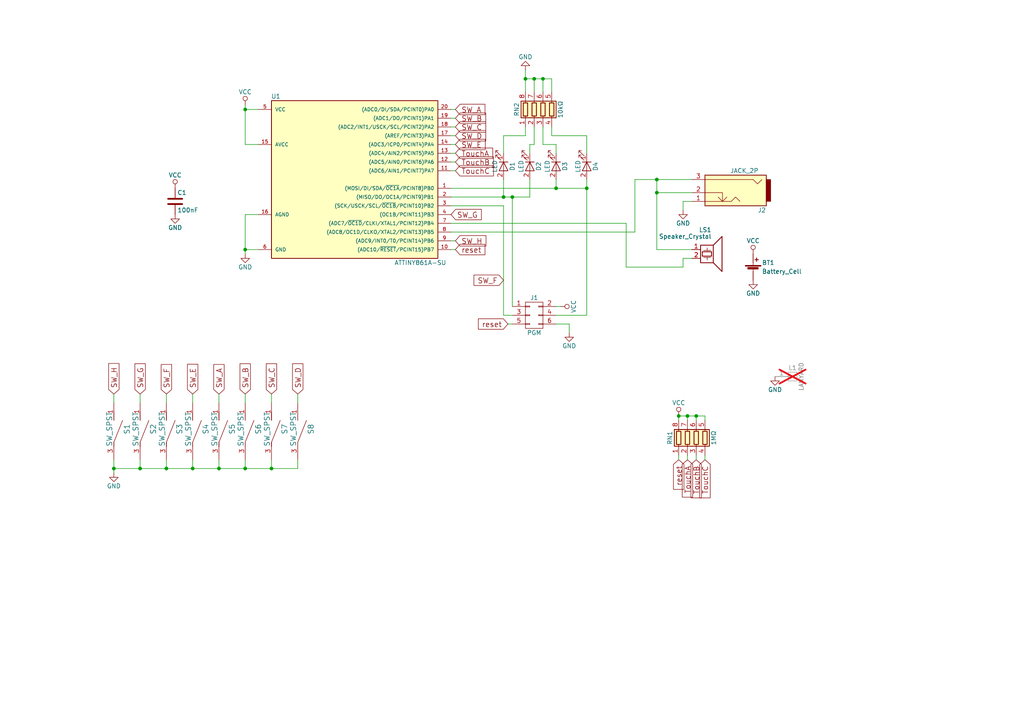
<source format=kicad_sch>
(kicad_sch (version 20231120) (generator "eeschema") (generator_version "8.0")
  (paper "A4")
  (lib_symbols
    (symbol "magwadges17-rescue:ATTINY861A-SU" (pin_names (offset 1.016))
      (property "Reference" "U" (at -22.86 24.13 0))
      (property "Value" "ATTINY861A-SU" (at 19.05 -24.13 0))
      (symbol "ATTINY861A-SU_0_1"
        (rectangle (start -24.13 22.86) (end 24.13 -22.86) (stroke (width 0.254)) (fill (type background)))
      )
      (symbol "ATTINY861A-SU_1_1"
        (pin bidirectional line (at 27.94 -2.54 180) (length 3.81) (name "(MOSI/DI/SDA/~{OC1A}/PCINT8)PB0") (number "1"))
        (pin bidirectional line (at 27.94 -20.32 180) (length 3.81) (name "(ADC10/~{RESET}/PCINT15)PB7") (number "10"))
        (pin bidirectional line (at 27.94 2.54 180) (length 3.81) (name "(ADC6/AIN1/PCINT7)PA7") (number "11"))
        (pin bidirectional line (at 27.94 5.08 180) (length 3.81) (name "(ADC5/AIN0/PCINT6)PA6") (number "12"))
        (pin bidirectional line (at 27.94 7.62 180) (length 3.81) (name "(ADC4/AIN2/PCINT5)PA5") (number "13"))
        (pin bidirectional line (at 27.94 10.16 180) (length 3.81) (name "(ADC3/ICP0/PCINT4)PA4") (number "14"))
        (pin power_in line (at -27.94 10.16 0) (length 3.81) (name "AVCC") (number "15"))
        (pin power_in line (at -27.94 -10.16 0) (length 3.81) (name "AGND") (number "16"))
        (pin bidirectional line (at 27.94 12.7 180) (length 3.81) (name "(AREF/PCINT3)PA3") (number "17"))
        (pin bidirectional line (at 27.94 15.24 180) (length 3.81) (name "(ADC2/INT1/USCK/SCL/PCINT2)PA2") (number "18"))
        (pin bidirectional line (at 27.94 17.78 180) (length 3.81) (name "(ADC1/DO/PCINT1)PA1") (number "19"))
        (pin bidirectional line (at 27.94 -5.08 180) (length 3.81) (name "(MISO/DO/OC1A/PCINT9)PB1") (number "2"))
        (pin bidirectional line (at 27.94 20.32 180) (length 3.81) (name "(ADC0/DI/SDA/PCINT0)PA0") (number "20"))
        (pin bidirectional line (at 27.94 -7.62 180) (length 3.81) (name "(SCK/USCK/SCL/~{OC1B}/PCINT10)PB2") (number "3"))
        (pin bidirectional line (at 27.94 -10.16 180) (length 3.81) (name "(OC1B/PCINT11)PB3") (number "4"))
        (pin power_in line (at -27.94 20.32 0) (length 3.81) (name "VCC") (number "5"))
        (pin power_in line (at -27.94 -20.32 0) (length 3.81) (name "GND") (number "6"))
        (pin bidirectional line (at 27.94 -12.7 180) (length 3.81) (name "(ADC7/~{OC1D}/CLKI/XTAL1/PCINT12)PB4") (number "7"))
        (pin bidirectional line (at 27.94 -15.24 180) (length 3.81) (name "(ADC8/OC1D/CLKO/XTAL2/PCINT13)PB5") (number "8"))
        (pin bidirectional line (at 27.94 -17.78 180) (length 3.81) (name "(ADC9/INT0/T0/PCINT14)PB6") (number "9"))
      )
    )
    (symbol "magwadges17-rescue:Battery_Cell" (pin_numbers hide) (pin_names (offset 0) hide)
      (property "Reference" "BT" (at 2.54 2.54 0))
      (property "Value" "Battery_Cell" (at 2.54 0 0))
      (symbol "Battery_Cell_0_1"
        (rectangle (start -2.286 1.778) (end 2.286 1.524) (fill (type outline)))
        (rectangle (start -1.5748 1.1938) (end 1.4732 0.6858) (fill (type outline)))
        (polyline (pts (xy 0 0.762) (xy 0 0)))
        (polyline (pts (xy 0 1.778) (xy 0 2.54)))
        (polyline (pts (xy 0.508 3.429) (xy 1.524 3.429)) (stroke (width 0.254)))
        (polyline (pts (xy 1.016 3.937) (xy 1.016 2.921)) (stroke (width 0.254)))
      )
      (symbol "Battery_Cell_1_1"
        (pin passive line (at 0 5.08 270) (length 2.54) (name "+") (number "1"))
        (pin passive line (at 0 -2.54 90) (length 2.54) (name "-") (number "2"))
      )
    )
    (symbol "magwadges17-rescue:C" (pin_numbers hide) (pin_names (offset 0.254))
      (property "Reference" "C" (at 0.635 2.54 0))
      (property "Value" "C" (at 0.635 -2.54 0))
      (symbol "C_0_1"
        (polyline (pts (xy -2.032 -0.762) (xy 2.032 -0.762)) (stroke (width 0.508)))
        (polyline (pts (xy -2.032 0.762) (xy 2.032 0.762)) (stroke (width 0.508)))
      )
      (symbol "C_1_1"
        (pin passive line (at 0 3.81 270) (length 2.794) (name "~") (number "1"))
        (pin passive line (at 0 -3.81 90) (length 2.794) (name "~") (number "2"))
      )
    )
    (symbol "magwadges17-rescue:CONN_01X01" (pin_names (offset 1.016) hide)
      (property "Reference" "J" (at 0 2.54 0))
      (property "Value" "CONN_01X01" (at 2.54 0 90))
      (symbol "CONN_01X01_0_1"
        (rectangle (start -1.27 0.127) (end 0.254 -0.127))
        (rectangle (start -1.27 1.27) (end 1.27 -1.27))
      )
      (symbol "CONN_01X01_1_1"
        (pin passive line (at -5.08 0 0) (length 3.81) (name "P1") (number "1"))
      )
    )
    (symbol "magwadges17-rescue:CONN_02X03" (pin_names (offset 0.0254) hide)
      (property "Reference" "J" (at 0 5.08 0))
      (property "Value" "CONN_02X03" (at 0 -5.08 0))
      (symbol "CONN_02X03_0_1"
        (rectangle (start -2.54 -2.413) (end -1.27 -2.667))
        (rectangle (start -2.54 0.127) (end -1.27 -0.127))
        (rectangle (start -2.54 2.667) (end -1.27 2.413))
        (rectangle (start -2.54 3.81) (end 2.54 -3.81))
        (rectangle (start 1.27 -2.413) (end 2.54 -2.667))
        (rectangle (start 1.27 0.127) (end 2.54 -0.127))
        (rectangle (start 1.27 2.667) (end 2.54 2.413))
      )
      (symbol "CONN_02X03_1_1"
        (pin passive line (at -6.35 2.54 0) (length 3.81) (name "P1") (number "1"))
        (pin passive line (at 6.35 2.54 180) (length 3.81) (name "P2") (number "2"))
        (pin passive line (at -6.35 0 0) (length 3.81) (name "P3") (number "3"))
        (pin passive line (at 6.35 0 180) (length 3.81) (name "P4") (number "4"))
        (pin passive line (at -6.35 -2.54 0) (length 3.81) (name "P5") (number "5"))
        (pin passive line (at 6.35 -2.54 180) (length 3.81) (name "P6") (number "6"))
      )
    )
    (symbol "magwadges17-rescue:GND" (power) (pin_names (offset 0))
      (property "Value" "GND" (at 0 -3.81 0))
      (symbol "GND_0_1"
        (polyline (pts (xy 0 0) (xy 0 -1.27) (xy 1.27 -1.27) (xy 0 -2.54) (xy -1.27 -1.27) (xy 0 -1.27)))
      )
      (symbol "GND_1_1"
        (pin power_in line (at 0 0 270) (length 0) hide (name "GND") (number "1"))
      )
    )
    (symbol "magwadges17-rescue:JACK_2P" (pin_names (offset 1.016))
      (property "Reference" "J" (at -8.89 -5.08 0))
      (property "Value" "JACK_2P" (at -3.81 6.35 0))
      (symbol "JACK_2P_0_1"
        (rectangle (start -11.43 3.81) (end -10.16 -2.54) (fill (type outline)))
        (polyline (pts (xy 3.81 0) (xy 7.62 0) (xy 7.62 0)))
        (polyline (pts (xy 0 -2.54) (xy -1.27 -1.27) (xy -2.54 -2.54) (xy -2.54 -2.54)))
        (polyline (pts (xy 0 -2.54) (xy 7.62 -2.54) (xy 7.62 -2.54) (xy 7.62 -2.54)))
        (polyline (pts (xy 1.27 -1.27) (xy 2.54 -2.54) (xy 3.81 -1.27) (xy 3.81 -1.27)))
        (polyline (pts (xy 3.81 0) (xy 2.54 0) (xy 2.54 -2.54) (xy 2.54 -2.54)))
        (polyline (pts (xy 7.62 3.81) (xy -6.35 3.81) (xy -7.62 2.54) (xy -8.89 3.81) (xy -8.89 3.81)))
        (rectangle (start 7.62 -3.81) (end -10.16 5.08) (stroke (width 0.254)) (fill (type background)))
      )
      (symbol "JACK_2P_1_1"
        (pin passive line (at 11.43 -2.54 180) (length 3.81) (name "~") (number "1"))
        (pin passive line (at 11.43 0 180) (length 3.81) (name "~") (number "2"))
        (pin passive line (at 11.43 3.81 180) (length 3.81) (name "~") (number "3"))
      )
    )
    (symbol "magwadges17-rescue:LED" (pin_names (offset 1.016) hide)
      (property "Reference" "D" (at 0 2.54 0))
      (property "Value" "LED" (at 0 -2.54 0))
      (symbol "LED_0_1"
        (polyline (pts (xy -1.27 -1.27) (xy -1.27 1.27)) (stroke (width 0.2032)))
        (polyline (pts (xy -1.27 0) (xy 1.27 0)))
        (polyline (pts (xy 1.27 -1.27) (xy 1.27 1.27) (xy -1.27 0) (xy 1.27 -1.27)) (stroke (width 0.2032)))
        (polyline (pts (xy -3.048 -0.762) (xy -4.572 -2.286) (xy -3.81 -2.286) (xy -4.572 -2.286) (xy -4.572 -1.524)))
        (polyline (pts (xy -1.778 -0.762) (xy -3.302 -2.286) (xy -2.54 -2.286) (xy -3.302 -2.286) (xy -3.302 -1.524)))
      )
      (symbol "LED_1_1"
        (pin passive line (at -3.81 0 0) (length 2.54) (name "K") (number "1"))
        (pin passive line (at 3.81 0 180) (length 2.54) (name "A") (number "2"))
      )
    )
    (symbol "magwadges17-rescue:R_Pack04" (pin_names (offset 0) hide)
      (property "Reference" "RN" (at -7.62 0 90))
      (property "Value" "R_Pack04" (at 5.08 0 90))
      (symbol "R_Pack04_0_1"
        (rectangle (start -6.35 -2.413) (end 3.81 2.413) (stroke (width 0.254)) (fill (type background)))
        (rectangle (start -5.715 1.905) (end -4.445 -1.905) (stroke (width 0.254)))
        (rectangle (start -3.175 1.905) (end -1.905 -1.905) (stroke (width 0.254)))
        (rectangle (start -0.635 1.905) (end 0.635 -1.905) (stroke (width 0.254)))
        (polyline (pts (xy -5.08 -2.54) (xy -5.08 -1.905)))
        (polyline (pts (xy -5.08 1.905) (xy -5.08 2.54)))
        (polyline (pts (xy -2.54 -2.54) (xy -2.54 -1.905)))
        (polyline (pts (xy -2.54 1.905) (xy -2.54 2.54)))
        (polyline (pts (xy 0 -2.54) (xy 0 -1.905)))
        (polyline (pts (xy 0 1.905) (xy 0 2.54)))
        (polyline (pts (xy 2.54 -2.54) (xy 2.54 -1.905)))
        (polyline (pts (xy 2.54 1.905) (xy 2.54 2.54)))
        (rectangle (start 1.905 1.905) (end 3.175 -1.905) (stroke (width 0.254)))
      )
      (symbol "R_Pack04_1_1"
        (pin passive line (at -5.08 -5.08 90) (length 2.54) (name "R1.1") (number "1"))
        (pin passive line (at -2.54 -5.08 90) (length 2.54) (name "R2.1") (number "2"))
        (pin passive line (at 0 -5.08 90) (length 2.54) (name "R3.1") (number "3"))
        (pin passive line (at 2.54 -5.08 90) (length 2.54) (name "R4.1") (number "4"))
        (pin passive line (at 2.54 5.08 270) (length 2.54) (name "R4.2") (number "5"))
        (pin passive line (at 0 5.08 270) (length 2.54) (name "R3.2") (number "6"))
        (pin passive line (at -2.54 5.08 270) (length 2.54) (name "R2.2") (number "7"))
        (pin passive line (at -5.08 5.08 270) (length 2.54) (name "R1.2") (number "8"))
      )
    )
    (symbol "magwadges17-rescue:SW_SPST" (pin_names (offset 1.016))
      (property "Reference" "S" (at 0 1.27 0))
      (property "Value" "SW_SPST" (at 0 -3.81 0))
      (symbol "SW_SPST_0_1"
        (polyline (pts (xy -5.08 -2.54) (xy -5.08 -2.54)))
        (polyline (pts (xy -5.08 -2.54) (xy -2.54 -2.54)))
        (polyline (pts (xy 5.08 -2.54) (xy 3.81 -2.54) (xy -2.54 0)))
      )
      (symbol "SW_SPST_1_1"
        (pin bidirectional line (at -7.62 -2.54 0) (length 5.08) (name "~") (number "1"))
        (pin bidirectional line (at 2.54 -3.81 180) (length 5.08) hide (name "~") (number "2"))
        (pin bidirectional line (at 8.89 -2.54 180) (length 5.08) (name "~") (number "3"))
        (pin bidirectional line (at 2.54 -5.08 180) (length 5.08) hide (name "~") (number "4"))
      )
    )
    (symbol "magwadges17-rescue:Speaker_Crystal" (pin_names (offset 0) hide)
      (property "Reference" "LS" (at 0.635 5.715 0))
      (property "Value" "Speaker_Crystal" (at 0.635 3.81 0))
      (symbol "Speaker_Crystal_0_0"
        (rectangle (start -2.54 1.27) (end 1.143 -3.81) (stroke (width 0.254)))
        (rectangle (start -2.032 -0.635) (end 0.635 -1.905) (stroke (width 0.254)))
        (polyline (pts (xy -1.651 -2.286) (xy 0.381 -2.286)))
        (polyline (pts (xy -1.651 -0.254) (xy 0.381 -0.254)))
        (polyline (pts (xy -0.635 -2.286) (xy -0.635 -3.048)))
        (polyline (pts (xy -0.635 -0.254) (xy -0.635 0.508)))
        (polyline (pts (xy 1.143 1.27) (xy 3.683 3.81) (xy 3.683 -6.35) (xy 1.143 -3.81)) (stroke (width 0.254)))
      )
      (symbol "Speaker_Crystal_1_1"
        (pin input line (at -5.08 0 0) (length 2.54) (name "1") (number "1"))
        (pin input line (at -5.08 -2.54 0) (length 2.54) (name "2") (number "2"))
      )
    )
    (symbol "magwadges17-rescue:VCC" (power) (pin_names (offset 0))
      (property "Value" "VCC" (at 0 3.81 0))
      (symbol "VCC_0_1"
        (polyline (pts (xy 0 0) (xy 0 1.27)))
        (circle (center 0 1.905) (radius 0.635))
      )
      (symbol "VCC_1_1"
        (pin power_in line (at 0 0 90) (length 0) hide (name "VCC") (number "1"))
      )
    )
  )
  (junction (at 146.05 57.15))
  (junction (at 190.5 52.07))
  (junction (at 48.26 135.89))
  (junction (at 63.5 135.89))
  (junction (at 55.88 135.89))
  (junction (at 148.59 57.15))
  (junction (at 196.85 120.65))
  (junction (at 152.4 22.86))
  (junction (at 71.12 31.75))
  (junction (at 40.64 135.89))
  (junction (at 71.12 72.39))
  (junction (at 33.02 135.89))
  (junction (at 190.5 55.88))
  (junction (at 161.29 54.61))
  (junction (at 199.39 120.65))
  (junction (at 157.48 22.86))
  (junction (at 78.74 135.89))
  (junction (at 154.94 22.86))
  (junction (at 170.18 54.61))
  (junction (at 71.12 135.89))
  (junction (at 201.93 120.65))
  (wire (pts (xy 184.15 52.07) (xy 190.5 52.07)))
  (wire (pts (xy 40.64 116.84) (xy 40.64 114.3)))
  (wire (pts (xy 71.12 135.89) (xy 78.74 135.89)))
  (wire (pts (xy 148.59 88.9) (xy 148.59 57.15)))
  (wire (pts (xy 63.5 135.89) (xy 71.12 135.89)))
  (wire (pts (xy 130.81 57.15) (xy 146.05 57.15)))
  (wire (pts (xy 33.02 135.89) (xy 33.02 133.35)))
  (wire (pts (xy 196.85 133.35) (xy 196.85 132.08)))
  (wire (pts (xy 170.18 39.37) (xy 170.18 44.45)))
  (wire (pts (xy 130.81 69.85) (xy 132.08 69.85)))
  (wire (pts (xy 157.48 26.67) (xy 157.48 22.86)))
  (wire (pts (xy 55.88 116.84) (xy 55.88 114.3)))
  (wire (pts (xy 71.12 31.75) (xy 71.12 30.48)))
  (wire (pts (xy 71.12 41.91) (xy 71.12 31.75)))
  (wire (pts (xy 130.81 54.61) (xy 161.29 54.61)))
  (wire (pts (xy 162.56 88.9) (xy 161.29 88.9)))
  (wire (pts (xy 74.93 72.39) (xy 71.12 72.39)))
  (wire (pts (xy 170.18 54.61) (xy 170.18 91.44)))
  (wire (pts (xy 48.26 135.89) (xy 48.26 133.35)))
  (wire (pts (xy 71.12 62.23) (xy 71.12 72.39)))
  (wire (pts (xy 196.85 120.65) (xy 199.39 120.65)))
  (wire (pts (xy 63.5 116.84) (xy 63.5 114.3)))
  (wire (pts (xy 157.48 41.91) (xy 161.29 41.91)))
  (wire (pts (xy 152.4 22.86) (xy 154.94 22.86)))
  (wire (pts (xy 86.36 135.89) (xy 86.36 133.35)))
  (wire (pts (xy 132.08 44.45) (xy 130.81 44.45)))
  (wire (pts (xy 132.08 39.37) (xy 130.81 39.37)))
  (wire (pts (xy 190.5 52.07) (xy 200.66 52.07)))
  (wire (pts (xy 33.02 135.89) (xy 40.64 135.89)))
  (wire (pts (xy 33.02 116.84) (xy 33.02 114.3)))
  (wire (pts (xy 71.12 72.39) (xy 71.12 73.66)))
  (wire (pts (xy 40.64 135.89) (xy 40.64 133.35)))
  (wire (pts (xy 146.05 59.69) (xy 146.05 91.44)))
  (wire (pts (xy 160.02 36.83) (xy 160.02 39.37)))
  (wire (pts (xy 132.08 34.29) (xy 130.81 34.29)))
  (wire (pts (xy 148.59 93.98) (xy 147.32 93.98)))
  (wire (pts (xy 40.64 135.89) (xy 48.26 135.89)))
  (wire (pts (xy 165.1 93.98) (xy 165.1 96.52)))
  (wire (pts (xy 48.26 135.89) (xy 55.88 135.89)))
  (wire (pts (xy 200.66 58.42) (xy 198.12 58.42)))
  (wire (pts (xy 161.29 41.91) (xy 161.29 44.45)))
  (wire (pts (xy 181.61 64.77) (xy 181.61 77.47)))
  (wire (pts (xy 196.85 120.65) (xy 196.85 121.92)))
  (wire (pts (xy 160.02 39.37) (xy 170.18 39.37)))
  (wire (pts (xy 201.93 120.65) (xy 204.47 120.65)))
  (wire (pts (xy 200.66 55.88) (xy 190.5 55.88)))
  (wire (pts (xy 55.88 135.89) (xy 63.5 135.89)))
  (wire (pts (xy 132.08 72.39) (xy 130.81 72.39)))
  (wire (pts (xy 198.12 74.93) (xy 200.66 74.93)))
  (wire (pts (xy 160.02 22.86) (xy 160.02 26.67)))
  (wire (pts (xy 161.29 93.98) (xy 165.1 93.98)))
  (wire (pts (xy 152.4 39.37) (xy 146.05 39.37)))
  (wire (pts (xy 71.12 116.84) (xy 71.12 114.3)))
  (wire (pts (xy 157.48 22.86) (xy 160.02 22.86)))
  (wire (pts (xy 146.05 91.44) (xy 148.59 91.44)))
  (wire (pts (xy 190.5 72.39) (xy 190.5 55.88)))
  (wire (pts (xy 153.67 41.91) (xy 153.67 44.45)))
  (wire (pts (xy 146.05 57.15) (xy 148.59 57.15)))
  (wire (pts (xy 78.74 135.89) (xy 78.74 133.35)))
  (wire (pts (xy 130.81 46.99) (xy 132.08 46.99)))
  (wire (pts (xy 130.81 41.91) (xy 132.08 41.91)))
  (wire (pts (xy 181.61 77.47) (xy 198.12 77.47)))
  (wire (pts (xy 74.93 41.91) (xy 71.12 41.91)))
  (wire (pts (xy 132.08 49.53) (xy 130.81 49.53)))
  (wire (pts (xy 48.26 116.84) (xy 48.26 114.3)))
  (wire (pts (xy 55.88 135.89) (xy 55.88 133.35)))
  (wire (pts (xy 154.94 41.91) (xy 153.67 41.91)))
  (wire (pts (xy 146.05 39.37) (xy 146.05 44.45)))
  (wire (pts (xy 198.12 77.47) (xy 198.12 74.93)))
  (wire (pts (xy 154.94 36.83) (xy 154.94 41.91)))
  (wire (pts (xy 130.81 36.83) (xy 132.08 36.83)))
  (wire (pts (xy 148.59 57.15) (xy 153.67 57.15)))
  (wire (pts (xy 130.81 31.75) (xy 132.08 31.75)))
  (wire (pts (xy 130.81 59.69) (xy 146.05 59.69)))
  (wire (pts (xy 152.4 22.86) (xy 152.4 26.67)))
  (wire (pts (xy 130.81 64.77) (xy 181.61 64.77)))
  (wire (pts (xy 170.18 91.44) (xy 161.29 91.44)))
  (wire (pts (xy 152.4 20.32) (xy 152.4 22.86)))
  (wire (pts (xy 198.12 58.42) (xy 198.12 60.96)))
  (wire (pts (xy 152.4 36.83) (xy 152.4 39.37)))
  (wire (pts (xy 200.66 72.39) (xy 190.5 72.39)))
  (wire (pts (xy 199.39 121.92) (xy 199.39 120.65)))
  (wire (pts (xy 204.47 132.08) (xy 204.47 133.35)))
  (wire (pts (xy 201.93 120.65) (xy 201.93 121.92)))
  (wire (pts (xy 86.36 116.84) (xy 86.36 114.3)))
  (wire (pts (xy 157.48 36.83) (xy 157.48 41.91)))
  (wire (pts (xy 78.74 116.84) (xy 78.74 114.3)))
  (wire (pts (xy 184.15 52.07) (xy 184.15 67.31)))
  (wire (pts (xy 201.93 133.35) (xy 201.93 132.08)))
  (wire (pts (xy 154.94 22.86) (xy 154.94 26.67)))
  (wire (pts (xy 63.5 135.89) (xy 63.5 133.35)))
  (wire (pts (xy 161.29 54.61) (xy 170.18 54.61)))
  (wire (pts (xy 190.5 55.88) (xy 190.5 52.07)))
  (wire (pts (xy 154.94 22.86) (xy 157.48 22.86)))
  (wire (pts (xy 184.15 67.31) (xy 130.81 67.31)))
  (wire (pts (xy 170.18 52.07) (xy 170.18 54.61)))
  (wire (pts (xy 71.12 62.23) (xy 74.93 62.23)))
  (wire (pts (xy 204.47 120.65) (xy 204.47 121.92)))
  (wire (pts (xy 71.12 31.75) (xy 74.93 31.75)))
  (wire (pts (xy 153.67 57.15) (xy 153.67 52.07)))
  (wire (pts (xy 161.29 52.07) (xy 161.29 54.61)))
  (wire (pts (xy 78.74 135.89) (xy 86.36 135.89)))
  (wire (pts (xy 199.39 120.65) (xy 201.93 120.65)))
  (wire (pts (xy 71.12 135.89) (xy 71.12 133.35)))
  (wire (pts (xy 146.05 57.15) (xy 146.05 52.07)))
  (wire (pts (xy 33.02 137.16) (xy 33.02 135.89)))
  (wire (pts (xy 199.39 132.08) (xy 199.39 133.35)))
  (global_label "SW_G" (shape input) (at 130.81 62.23 0) (effects (font (size 1.524 1.524))) (property "Intersheetrefs" "${INTERSHEET_REFS}" (effects (hide yes))))
  (global_label "reset" (shape input) (at 147.32 93.98 180) (effects (font (size 1.524 1.524))) (property "Intersheetrefs" "${INTERSHEET_REFS}" (effects (hide yes))))
  (global_label "SW_D" (shape input) (at 132.08 39.37 0) (effects (font (size 1.524 1.524))) (property "Intersheetrefs" "${INTERSHEET_REFS}" (effects (hide yes))))
  (global_label "SW_C" (shape input) (at 78.74 114.3 90) (effects (font (size 1.524 1.524))) (property "Intersheetrefs" "${INTERSHEET_REFS}" (effects (hide yes))))
  (global_label "TouchC" (shape input) (at 132.08 49.53 0) (effects (font (size 1.524 1.524))) (property "Intersheetrefs" "${INTERSHEET_REFS}" (effects (hide yes))))
  (global_label "TouchB" (shape input) (at 201.93 133.35 270) (effects (font (size 1.524 1.524))) (property "Intersheetrefs" "${INTERSHEET_REFS}" (effects (hide yes))))
  (global_label "SW_D" (shape input) (at 86.36 114.3 90) (effects (font (size 1.524 1.524))) (property "Intersheetrefs" "${INTERSHEET_REFS}" (effects (hide yes))))
  (global_label "SW_B" (shape input) (at 132.08 34.29 0) (effects (font (size 1.524 1.524))) (property "Intersheetrefs" "${INTERSHEET_REFS}" (effects (hide yes))))
  (global_label "SW_E" (shape input) (at 55.88 114.3 90) (effects (font (size 1.524 1.524))) (property "Intersheetrefs" "${INTERSHEET_REFS}" (effects (hide yes))))
  (global_label "SW_A" (shape input) (at 63.5 114.3 90) (effects (font (size 1.524 1.524))) (property "Intersheetrefs" "${INTERSHEET_REFS}" (effects (hide yes))))
  (global_label "reset" (shape input) (at 196.85 133.35 270) (effects (font (size 1.524 1.524))) (property "Intersheetrefs" "${INTERSHEET_REFS}" (effects (hide yes))))
  (global_label "TouchB" (shape input) (at 132.08 46.99 0) (effects (font (size 1.524 1.524))) (property "Intersheetrefs" "${INTERSHEET_REFS}" (effects (hide yes))))
  (global_label "SW_B" (shape input) (at 71.12 114.3 90) (effects (font (size 1.524 1.524))) (property "Intersheetrefs" "${INTERSHEET_REFS}" (effects (hide yes))))
  (global_label "SW_C" (shape input) (at 132.08 36.83 0) (effects (font (size 1.524 1.524))) (property "Intersheetrefs" "${INTERSHEET_REFS}" (effects (hide yes))))
  (global_label "reset" (shape input) (at 132.08 72.39 0) (effects (font (size 1.524 1.524))) (property "Intersheetrefs" "${INTERSHEET_REFS}" (effects (hide yes))))
  (global_label "SW_E" (shape input) (at 132.08 41.91 0) (effects (font (size 1.524 1.524))) (property "Intersheetrefs" "${INTERSHEET_REFS}" (effects (hide yes))))
  (global_label "SW_F" (shape input) (at 48.26 114.3 90) (effects (font (size 1.524 1.524))) (property "Intersheetrefs" "${INTERSHEET_REFS}" (effects (hide yes))))
  (global_label "SW_H" (shape input) (at 132.08 69.85 0) (effects (font (size 1.524 1.524))) (property "Intersheetrefs" "${INTERSHEET_REFS}" (effects (hide yes))))
  (global_label "TouchA" (shape input) (at 199.39 133.35 270) (effects (font (size 1.524 1.524))) (property "Intersheetrefs" "${INTERSHEET_REFS}" (effects (hide yes))))
  (global_label "TouchA" (shape input) (at 132.08 44.45 0) (effects (font (size 1.524 1.524))) (property "Intersheetrefs" "${INTERSHEET_REFS}" (effects (hide yes))))
  (global_label "TouchC" (shape input) (at 204.47 133.35 270) (effects (font (size 1.524 1.524))) (property "Intersheetrefs" "${INTERSHEET_REFS}" (effects (hide yes))))
  (global_label "SW_G" (shape input) (at 40.64 114.3 90) (effects (font (size 1.524 1.524))) (property "Intersheetrefs" "${INTERSHEET_REFS}" (effects (hide yes))))
  (global_label "SW_F" (shape input) (at 146.05 81.28 180) (effects (font (size 1.524 1.524))) (property "Intersheetrefs" "${INTERSHEET_REFS}" (effects (hide yes))))
  (global_label "SW_A" (shape input) (at 132.08 31.75 0) (effects (font (size 1.524 1.524))) (property "Intersheetrefs" "${INTERSHEET_REFS}" (effects (hide yes))))
  (global_label "SW_H" (shape input) (at 33.02 114.3 90) (effects (font (size 1.524 1.524))) (property "Intersheetrefs" "${INTERSHEET_REFS}" (effects (hide yes))))
  (symbol (lib_id "magwadges17-rescue:Battery_Cell") (at 218.44 78.74 0) (unit 1)
    (property "Reference" "BT1" (at 220.98 76.2 0) (effects (justify left)))
    (property "Value" "Battery_Cell" (at 220.98 78.74 0) (effects (justify left)))
    (property "Footprint" "custom:S8211-45R" (effects (hide yes)))
  )
  (symbol (lib_id "magwadges17-rescue:Speaker_Crystal") (at 205.74 72.39 0) (unit 1)
    (property "Reference" "LS1" (at 206.375 66.675 0) (effects (justify right)))
    (property "Value" "Speaker_Crystal" (at 206.375 68.58 0) (effects (justify right)))
    (property "Footprint" "custom:PS1740P02CE" (effects (hide yes)))
    (property "Datasheet" "https://datasheet.lcsc.com/lcsc/1811141122_Jiangsu-Huaneng-Elec-HNR-1707_C129400.pdf" (effects (hide yes)))
    (property "Description" "80dB Externally Driven Externally Driven 4kHz Plugin,D=17mm Buzzers ROHS " (effects (hide yes)))
    (property "LCSC" "C129400" (effects (hide yes)))
  )
  (symbol (lib_id "magwadges17-rescue:JACK_2P") (at 212.09 55.88 0) (mirror y) (unit 1)
    (property "Reference" "J2" (at 220.98 60.96 0))
    (property "Value" "JACK_2P" (at 215.9 49.53 0))
    (property "Footprint" "custom:SJ-252X-SMT" (effects (hide yes)))
  )
  (symbol (lib_id "magwadges17-rescue:CONN_02X03") (at 154.94 91.44 0) (unit 1)
    (property "Reference" "J1" (at 154.94 86.36 0))
    (property "Value" "PGM" (at 154.94 96.52 0))
    (property "Footprint" "Connector_PinHeader_2.54mm:PinHeader_2x03_P2.54mm_Vertical_SMD" (effects (hide yes)))
    (property "Datasheet" "https://datasheet.lcsc.com/lcsc/2312170656_HCTL-PZ254-2-03-S_C3294461.pdf" (effects (hide yes)))
    (property "Description" "250V 3A Brick nogging Square Pins 2.5mm 260℃@5S 6mm 6P -40℃~+105℃ 2.54mm 双排 Black 2.54mm 2x3P SMD,P=2.54mm Pin Headers ROHS " (effects (hide yes)))
    (property "LCSC" "C3294461" (effects (hide yes)))
  )
  (symbol (lib_id "magwadges17-rescue:SW_SPST") (at 35.56 124.46 270) (unit 1)
    (property "Reference" "S1" (at 36.83 124.46 0) (effects (font (size 1.524 1.524))))
    (property "Value" "SW_SPST" (at 31.75 124.46 0) (effects (font (size 1.524 1.524))))
    (property "Footprint" "Button_Switch_SMD:SW_SPST_PTS645" (effects (hide yes)))
    (property "Datasheet" "https://datasheet.lcsc.com/lcsc/2304140030_HYP--Hongyuan-Precision-1TS005F-2500-5001_C255812.pdf" (effects (hide yes)))
    (property "Description" "No 不带 0.6W 50mA 6mm 100MΩ 7万次 250gf 12V 6mm 5mm Round Button Brick nogging SPST SMD,6x6mm Tactile Switches ROHS " (effects (hide yes)))
    (property "LCSC" "C255812" (effects (hide yes)))
  )
  (symbol (lib_id "magwadges17-rescue:SW_SPST") (at 43.18 124.46 270) (unit 1)
    (property "Reference" "S2" (at 44.45 124.46 0) (effects (font (size 1.524 1.524))))
    (property "Value" "SW_SPST" (at 39.37 124.46 0) (effects (font (size 1.524 1.524))))
    (property "Footprint" "Button_Switch_SMD:SW_SPST_PTS645" (effects (hide yes)))
    (property "Datasheet" "https://datasheet.lcsc.com/lcsc/2304140030_HYP--Hongyuan-Precision-1TS005F-2500-5001_C255812.pdf" (effects (hide yes)))
    (property "Description" "No 不带 0.6W 50mA 6mm 100MΩ 7万次 250gf 12V 6mm 5mm Round Button Brick nogging SPST SMD,6x6mm Tactile Switches ROHS " (effects (hide yes)))
    (property "LCSC" "C255812" (effects (hide yes)))
  )
  (symbol (lib_id "magwadges17-rescue:SW_SPST") (at 50.8 124.46 270) (unit 1)
    (property "Reference" "S3" (at 52.07 124.46 0) (effects (font (size 1.524 1.524))))
    (property "Value" "SW_SPST" (at 46.99 124.46 0) (effects (font (size 1.524 1.524))))
    (property "Footprint" "Button_Switch_SMD:SW_SPST_PTS645" (effects (hide yes)))
    (property "Datasheet" "https://datasheet.lcsc.com/lcsc/2304140030_HYP--Hongyuan-Precision-1TS005F-2500-5001_C255812.pdf" (effects (hide yes)))
    (property "Description" "No 不带 0.6W 50mA 6mm 100MΩ 7万次 250gf 12V 6mm 5mm Round Button Brick nogging SPST SMD,6x6mm Tactile Switches ROHS " (effects (hide yes)))
    (property "LCSC" "C255812" (effects (hide yes)))
  )
  (symbol (lib_id "magwadges17-rescue:SW_SPST") (at 58.42 124.46 270) (unit 1)
    (property "Reference" "S4" (at 59.69 124.46 0) (effects (font (size 1.524 1.524))))
    (property "Value" "SW_SPST" (at 54.61 124.46 0) (effects (font (size 1.524 1.524))))
    (property "Footprint" "Button_Switch_SMD:SW_SPST_PTS645" (effects (hide yes)))
    (property "Datasheet" "https://datasheet.lcsc.com/lcsc/2304140030_HYP--Hongyuan-Precision-1TS005F-2500-5001_C255812.pdf" (effects (hide yes)))
    (property "Description" "No 不带 0.6W 50mA 6mm 100MΩ 7万次 250gf 12V 6mm 5mm Round Button Brick nogging SPST SMD,6x6mm Tactile Switches ROHS " (effects (hide yes)))
    (property "LCSC" "C255812" (effects (hide yes)))
  )
  (symbol (lib_id "magwadges17-rescue:GND") (at 71.12 73.66 0) (unit 1)
    (property "Reference" "#PWR01" (effects (hide yes)))
    (property "Value" "GND" (at 71.12 77.47 0))
  )
  (symbol (lib_id "magwadges17-rescue:GND") (at 198.12 60.96 0) (unit 1)
    (property "Reference" "#PWR02" (effects (hide yes)))
    (property "Value" "GND" (at 198.12 64.77 0))
  )
  (symbol (lib_id "magwadges17-rescue:VCC") (at 71.12 30.48 0) (unit 1)
    (property "Reference" "#PWR03" (effects (hide yes)))
    (property "Value" "VCC" (at 71.12 26.67 0))
  )
  (symbol (lib_id "magwadges17-rescue:GND") (at 165.1 96.52 0) (unit 1)
    (property "Reference" "#PWR04" (effects (hide yes)))
    (property "Value" "GND" (at 165.1 100.33 0))
  )
  (symbol (lib_id "magwadges17-rescue:GND") (at 218.44 81.28 0) (unit 1)
    (property "Reference" "#PWR05" (effects (hide yes)))
    (property "Value" "GND" (at 218.44 85.09 0))
  )
  (symbol (lib_id "magwadges17-rescue:VCC") (at 218.44 73.66 0) (unit 1)
    (property "Reference" "#PWR06" (effects (hide yes)))
    (property "Value" "VCC" (at 218.44 69.85 0))
  )
  (symbol (lib_id "magwadges17-rescue:SW_SPST") (at 88.9 124.46 270) (unit 1)
    (property "Reference" "S8" (at 90.17 124.46 0) (effects (font (size 1.524 1.524))))
    (property "Value" "SW_SPST" (at 85.09 124.46 0) (effects (font (size 1.524 1.524))))
    (property "Footprint" "Button_Switch_SMD:SW_SPST_PTS645" (effects (hide yes)))
    (property "Datasheet" "https://datasheet.lcsc.com/lcsc/2304140030_HYP--Hongyuan-Precision-1TS005F-2500-5001_C255812.pdf" (effects (hide yes)))
    (property "Description" "No 不带 0.6W 50mA 6mm 100MΩ 7万次 250gf 12V 6mm 5mm Round Button Brick nogging SPST SMD,6x6mm Tactile Switches ROHS " (effects (hide yes)))
    (property "LCSC" "C255812" (effects (hide yes)))
  )
  (symbol (lib_id "magwadges17-rescue:SW_SPST") (at 81.28 124.46 270) (unit 1)
    (property "Reference" "S7" (at 82.55 124.46 0) (effects (font (size 1.524 1.524))))
    (property "Value" "SW_SPST" (at 77.47 124.46 0) (effects (font (size 1.524 1.524))))
    (property "Footprint" "Button_Switch_SMD:SW_SPST_PTS645" (effects (hide yes)))
    (property "Datasheet" "https://datasheet.lcsc.com/lcsc/2304140030_HYP--Hongyuan-Precision-1TS005F-2500-5001_C255812.pdf" (effects (hide yes)))
    (property "Description" "No 不带 0.6W 50mA 6mm 100MΩ 7万次 250gf 12V 6mm 5mm Round Button Brick nogging SPST SMD,6x6mm Tactile Switches ROHS " (effects (hide yes)))
    (property "LCSC" "C255812" (effects (hide yes)))
  )
  (symbol (lib_id "magwadges17-rescue:SW_SPST") (at 66.04 124.46 270) (unit 1)
    (property "Reference" "S5" (at 67.31 124.46 0) (effects (font (size 1.524 1.524))))
    (property "Value" "SW_SPST" (at 62.23 124.46 0) (effects (font (size 1.524 1.524))))
    (property "Footprint" "Button_Switch_SMD:SW_SPST_PTS645" (effects (hide yes)))
    (property "Datasheet" "https://datasheet.lcsc.com/lcsc/2304140030_HYP--Hongyuan-Precision-1TS005F-2500-5001_C255812.pdf" (effects (hide yes)))
    (property "Description" "No 不带 0.6W 50mA 6mm 100MΩ 7万次 250gf 12V 6mm 5mm Round Button Brick nogging SPST SMD,6x6mm Tactile Switches ROHS " (effects (hide yes)))
    (property "LCSC" "C255812" (effects (hide yes)))
  )
  (symbol (lib_id "magwadges17-rescue:SW_SPST") (at 73.66 124.46 270) (unit 1)
    (property "Reference" "S6" (at 74.93 124.46 0) (effects (font (size 1.524 1.524))))
    (property "Value" "SW_SPST" (at 69.85 124.46 0) (effects (font (size 1.524 1.524))))
    (property "Footprint" "Button_Switch_SMD:SW_SPST_PTS645" (effects (hide yes)))
    (property "Datasheet" "https://datasheet.lcsc.com/lcsc/2304140030_HYP--Hongyuan-Precision-1TS005F-2500-5001_C255812.pdf" (effects (hide yes)))
    (property "Description" "No 不带 0.6W 50mA 6mm 100MΩ 7万次 250gf 12V 6mm 5mm Round Button Brick nogging SPST SMD,6x6mm Tactile Switches ROHS " (effects (hide yes)))
    (property "LCSC" "C255812" (effects (hide yes)))
  )
  (symbol (lib_id "magwadges17-rescue:VCC") (at 162.56 88.9 270) (unit 1)
    (property "Reference" "#PWR07" (effects (hide yes)))
    (property "Value" "VCC" (at 166.37 88.9 0))
  )
  (symbol (lib_id "magwadges17-rescue:VCC") (at 196.85 120.65 0) (unit 1)
    (property "Reference" "#PWR08" (effects (hide yes)))
    (property "Value" "VCC" (at 196.85 116.84 0))
  )
  (symbol (lib_id "magwadges17-rescue:GND") (at 33.02 137.16 0) (unit 1)
    (property "Reference" "#PWR09" (effects (hide yes)))
    (property "Value" "GND" (at 33.02 140.97 0))
  )
  (symbol (lib_id "magwadges17-rescue:R_Pack04") (at 201.93 127 0) (unit 1)
    (property "Reference" "RN1" (at 194.31 127 90))
    (property "Value" "1MΩ" (at 207.01 127 90))
    (property "Footprint" "Resistor_SMD:R_Array_Concave_4x0603" (effects (hide yes)))
    (property "Datasheet" "https://datasheet.lcsc.com/lcsc/2304140030_UNI-ROYAL-Uniroyal-Elec-4D03WGJ0105T5E_C12038.pdf" (effects (hide yes)))
    (property "Description" "4 ±5% 1MΩ 62.5mW ±200ppm/℃ 0603x4 Resistor Networks & Arrays ROHS " (effects (hide yes)))
    (property "LCSC" "C12038" (effects (hide yes)))
  )
  (symbol (lib_id "magwadges17-rescue:ATTINY861A-SU") (at 102.87 52.07 0) (unit 1)
    (property "Reference" "U1" (at 80.01 27.94 0))
    (property "Value" "ATTINY861A-SU" (at 121.92 76.2 0))
    (property "Footprint" "Package_SO:SOIC-20W_7.5x12.8mm_P1.27mm" (effects (hide yes)))
    (property "Datasheet" "https://datasheet.lcsc.com/lcsc/2309071249_Microchip-Tech-ATTINY861A-SU_C94346.pdf" (effects (hide yes)))
    (property "Description" "1.8V~5.5V AVR 20MHz 16 SOIC-20-300mil Microcontroller Units (MCUs/MPUs/SOCs) ROHS " (effects (hide yes)))
    (property "LCSC" "C94346" (effects (hide yes)))
  )
  (symbol (lib_id "magwadges17-rescue:C") (at 50.8 58.42 0) (unit 1)
    (property "Reference" "C1" (at 51.435 55.88 0) (effects (justify left)))
    (property "Value" "100nF" (at 51.435 60.96 0) (effects (justify left)))
    (property "Footprint" "Capacitor_SMD:C_0805_2012Metric" (effects (hide yes)))
    (property "Datasheet" "https://datasheet.lcsc.com/lcsc/2304140030_FH--Guangdong-Fenghua-Advanced-Tech-0805B104K500NT_C38141.pdf" (effects (hide yes)))
    (property "Description" "50V 100nF X7R ±10% 0805 Multilayer Ceramic Capacitors MLCC - SMD/SMT ROHS " (effects (hide yes)))
    (property "LCSC" "C38141" (effects (hide yes)))
  )
  (symbol (lib_id "magwadges17-rescue:GND") (at 50.8 62.23 0) (unit 1)
    (property "Reference" "#PWR010" (effects (hide yes)))
    (property "Value" "GND" (at 50.8 66.04 0))
  )
  (symbol (lib_id "magwadges17-rescue:VCC") (at 50.8 54.61 0) (unit 1)
    (property "Reference" "#PWR011" (effects (hide yes)))
    (property "Value" "VCC" (at 50.8 50.8 0))
  )
  (symbol (lib_id "magwadges17-rescue:CONN_01X01") (at 229.87 109.22 0) (unit 1) (dnp yes)
    (property "Reference" "L1" (at 229.87 106.68 0))
    (property "Value" "LANYARD" (at 232.41 109.22 90))
    (property "Footprint" "1pin" (effects (hide yes)))
  )
  (symbol (lib_id "magwadges17-rescue:LED") (at 170.18 48.26 270) (unit 1)
    (property "Reference" "D4" (at 172.72 48.26 0))
    (property "Value" "LED" (at 167.64 48.26 0))
    (property "Footprint" "LED_SMD:LED_0805_2012Metric" (effects (hide yes)))
    (property "Datasheet" "https://datasheet.lcsc.com/lcsc/2402181505_XINGLIGHT-XL-2012UBC_C965817.pdf" (effects (hide yes)))
    (property "Description" "25mA 无色透明透镜 -30℃~+85℃ Positive post 460nm~469nm Blue 120° 80mW 0805 Light Emitting Diodes (LED) ROHS " (effects (hide yes)))
    (property "LCSC" "C965817" (effects (hide yes)))
  )
  (symbol (lib_id "magwadges17-rescue:LED") (at 161.29 48.26 270) (unit 1)
    (property "Reference" "D3" (at 163.83 48.26 0))
    (property "Value" "LED" (at 158.75 48.26 0))
    (property "Footprint" "LED_SMD:LED_0805_2012Metric" (effects (hide yes)))
    (property "Datasheet" "https://datasheet.lcsc.com/lcsc/2402181505_XINGLIGHT-XL-2012UBC_C965817.pdf" (effects (hide yes)))
    (property "Description" "25mA 无色透明透镜 -30℃~+85℃ Positive post 460nm~469nm Blue 120° 80mW 0805 Light Emitting Diodes (LED) ROHS " (effects (hide yes)))
    (property "LCSC" "C965817" (effects (hide yes)))
  )
  (symbol (lib_id "magwadges17-rescue:LED") (at 153.67 48.26 270) (unit 1)
    (property "Reference" "D2" (at 156.21 48.26 0))
    (property "Value" "LED" (at 151.13 48.26 0))
    (property "Footprint" "LED_SMD:LED_0805_2012Metric" (effects (hide yes)))
    (property "Datasheet" "https://datasheet.lcsc.com/lcsc/2402181505_XINGLIGHT-XL-2012UBC_C965817.pdf" (effects (hide yes)))
    (property "Description" "25mA 无色透明透镜 -30℃~+85℃ Positive post 460nm~469nm Blue 120° 80mW 0805 Light Emitting Diodes (LED) ROHS " (effects (hide yes)))
    (property "LCSC" "C965817" (effects (hide yes)))
  )
  (symbol (lib_id "magwadges17-rescue:LED") (at 146.05 48.26 270) (unit 1)
    (property "Reference" "D1" (at 148.59 48.26 0))
    (property "Value" "LED" (at 143.51 48.26 0))
    (property "Footprint" "LED_SMD:LED_0805_2012Metric" (effects (hide yes)))
    (property "Datasheet" "https://datasheet.lcsc.com/lcsc/2402181505_XINGLIGHT-XL-2012UBC_C965817.pdf" (effects (hide yes)))
    (property "Description" "25mA 无色透明透镜 -30℃~+85℃ Positive post 460nm~469nm Blue 120° 80mW 0805 Light Emitting Diodes (LED) ROHS " (effects (hide yes)))
    (property "LCSC" "C965817" (effects (hide yes)))
  )
  (symbol (lib_id "magwadges17-rescue:R_Pack04") (at 157.48 31.75 0) (unit 1)
    (property "Reference" "RN2" (at 149.86 31.75 90))
    (property "Value" "10kΩ" (at 162.56 31.75 90))
    (property "Footprint" "Resistor_SMD:R_Array_Concave_4x0603" (effects (hide yes)))
    (property "Datasheet" "https://datasheet.lcsc.com/lcsc/2304140030_UNI-ROYAL-Uniroyal-Elec-4D03WGJ0103T5E_C29718.pdf" (effects (hide yes)))
    (property "Description" "4 ±5% 10kΩ 62.5mW ±200ppm/℃ 0603x4 Resistor Networks & Arrays ROHS " (effects (hide yes)))
    (property "LCSC" "C29718" (effects (hide yes)))
  )
  (symbol (lib_id "magwadges17-rescue:GND") (at 152.4 20.32 180) (unit 1)
    (property "Reference" "#PWR012" (effects (hide yes)))
    (property "Value" "GND" (at 152.4 16.51 0))
  )
  (symbol (lib_id "magwadges17-rescue:GND") (at 224.79 109.22 0) (unit 1)
    (property "Reference" "#PWR013" (effects (hide yes)))
    (property "Value" "GND" (at 224.79 113.03 0))
  )
)
</source>
